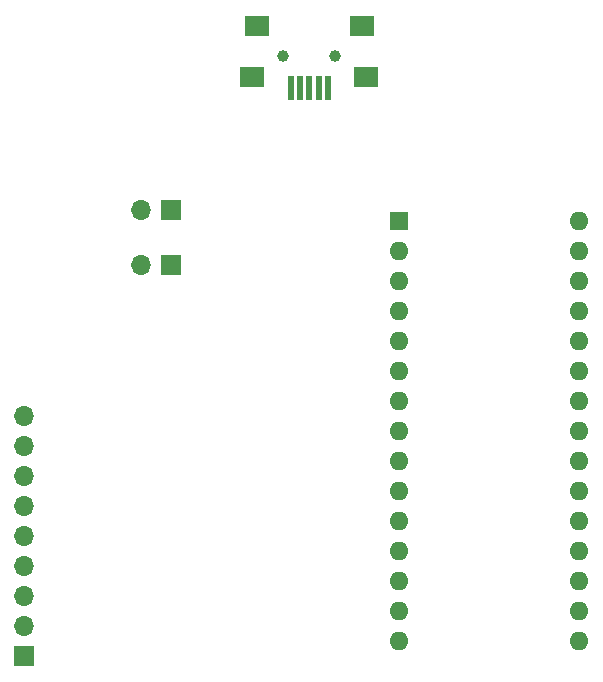
<source format=gts>
%TF.GenerationSoftware,KiCad,Pcbnew,(5.1.8)-1*%
%TF.CreationDate,2021-06-16T10:38:21+02:00*%
%TF.ProjectId,p_dale_ble,70e96461-6c65-45f6-926c-652e6b696361,rev?*%
%TF.SameCoordinates,Original*%
%TF.FileFunction,Soldermask,Top*%
%TF.FilePolarity,Negative*%
%FSLAX46Y46*%
G04 Gerber Fmt 4.6, Leading zero omitted, Abs format (unit mm)*
G04 Created by KiCad (PCBNEW (5.1.8)-1) date 2021-06-16 10:38:21*
%MOMM*%
%LPD*%
G01*
G04 APERTURE LIST*
%ADD10R,1.700000X1.700000*%
%ADD11O,1.700000X1.700000*%
%ADD12R,0.500000X2.000000*%
%ADD13R,2.000000X1.700000*%
%ADD14C,1.000000*%
%ADD15R,1.600000X1.600000*%
%ADD16O,1.600000X1.600000*%
G04 APERTURE END LIST*
D10*
%TO.C,U1*%
X95250000Y-132080000D03*
D11*
X95250000Y-129540000D03*
X95250000Y-127000000D03*
X95250000Y-124460000D03*
X95250000Y-121920000D03*
X95250000Y-119380000D03*
X95250000Y-116840000D03*
X95250000Y-114300000D03*
X95250000Y-111760000D03*
%TD*%
D12*
%TO.C,J3*%
X120980000Y-83980000D03*
X120180000Y-83980000D03*
X119380000Y-83980000D03*
X118580000Y-83980000D03*
X117780000Y-83980000D03*
D13*
X124206000Y-83058000D03*
X123830000Y-78740000D03*
X114554000Y-83058000D03*
X114930000Y-78740000D03*
D14*
X121580000Y-81280000D03*
X117180000Y-81280000D03*
%TD*%
D15*
%TO.C,A1*%
X127000000Y-95250000D03*
D16*
X142240000Y-128270000D03*
X127000000Y-97790000D03*
X142240000Y-125730000D03*
X127000000Y-100330000D03*
X142240000Y-123190000D03*
X127000000Y-102870000D03*
X142240000Y-120650000D03*
X127000000Y-105410000D03*
X142240000Y-118110000D03*
X127000000Y-107950000D03*
X142240000Y-115570000D03*
X127000000Y-110490000D03*
X142240000Y-113030000D03*
X127000000Y-113030000D03*
X142240000Y-110490000D03*
X127000000Y-115570000D03*
X142240000Y-107950000D03*
X127000000Y-118110000D03*
X142240000Y-105410000D03*
X127000000Y-120650000D03*
X142240000Y-102870000D03*
X127000000Y-123190000D03*
X142240000Y-100330000D03*
X127000000Y-125730000D03*
X142240000Y-97790000D03*
X127000000Y-128270000D03*
X142240000Y-95250000D03*
X127000000Y-130810000D03*
X142240000Y-130810000D03*
%TD*%
D11*
%TO.C,J2*%
X105130000Y-99000000D03*
D10*
X107670000Y-99000000D03*
%TD*%
D11*
%TO.C,J1*%
X105130000Y-94350000D03*
D10*
X107670000Y-94350000D03*
%TD*%
M02*

</source>
